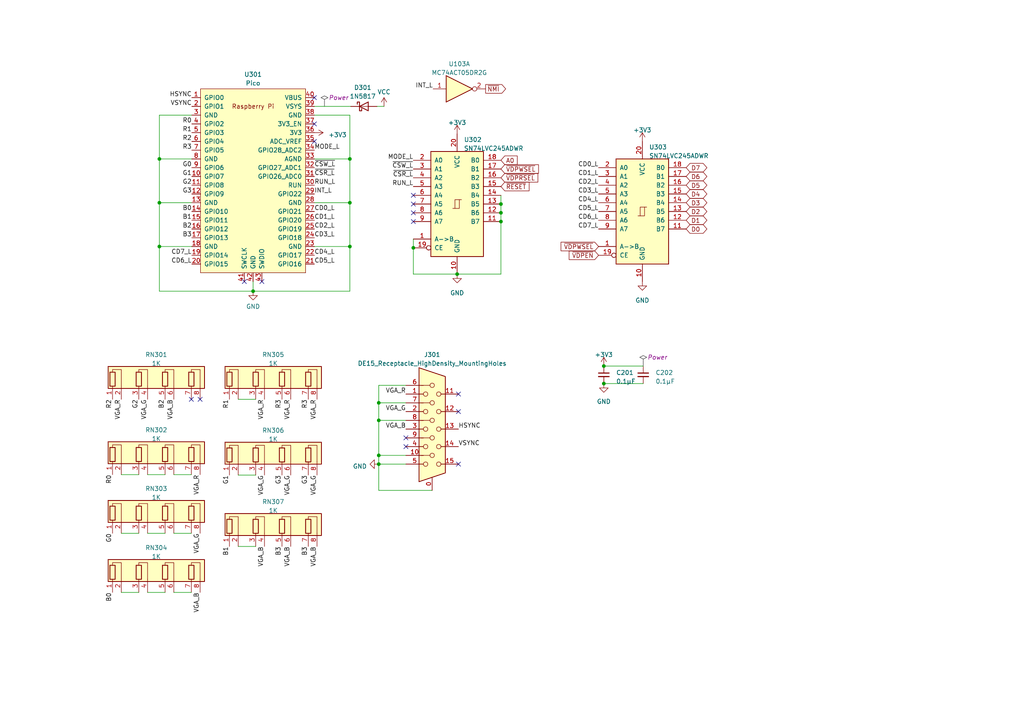
<source format=kicad_sch>
(kicad_sch (version 20230121) (generator eeschema)
  (paper "A4")
  (title_block (title "CoPicoVision") (date "2024-10-12") (rev "0.2") (company "(c) 2024 Jason R. Thorpe.  See LICENSE."))
  (lib_symbols
    (symbol "74xx:74HC245" (pin_names (offset 1.016))
      (property "Reference" "U" (at -7.62 16.51 0))
      (property "Value" "74HC245" (at -7.62 -16.51 0))
      (symbol "74HC245_1_0"
        (polyline (pts (xy -0.635 -1.27) (xy -0.635 1.27) (xy 0.635 1.27)))
        (polyline (pts (xy -1.27 -1.27) (xy 0.635 -1.27) (xy 0.635 1.27) (xy 1.27 1.27)))
        (pin input line (at -12.7 -10.16 0) (length 5.08) (name "A->B") (number "1"))
        (pin power_in line (at 0 -20.32 90) (length 5.08) (name "GND") (number "10"))
        (pin tri_state line (at 12.7 -5.08 180) (length 5.08) (name "B7") (number "11"))
        (pin tri_state line (at 12.7 -2.54 180) (length 5.08) (name "B6") (number "12"))
        (pin tri_state line (at 12.7 0 180) (length 5.08) (name "B5") (number "13"))
        (pin tri_state line (at 12.7 2.54 180) (length 5.08) (name "B4") (number "14"))
        (pin tri_state line (at 12.7 5.08 180) (length 5.08) (name "B3") (number "15"))
        (pin tri_state line (at 12.7 7.62 180) (length 5.08) (name "B2") (number "16"))
        (pin tri_state line (at 12.7 10.16 180) (length 5.08) (name "B1") (number "17"))
        (pin tri_state line (at 12.7 12.7 180) (length 5.08) (name "B0") (number "18"))
        (pin input inverted (at -12.7 -12.7 0) (length 5.08) (name "CE") (number "19"))
        (pin tri_state line (at -12.7 12.7 0) (length 5.08) (name "A0") (number "2"))
        (pin power_in line (at 0 20.32 270) (length 5.08) (name "VCC") (number "20"))
        (pin tri_state line (at -12.7 10.16 0) (length 5.08) (name "A1") (number "3"))
        (pin tri_state line (at -12.7 7.62 0) (length 5.08) (name "A2") (number "4"))
        (pin tri_state line (at -12.7 5.08 0) (length 5.08) (name "A3") (number "5"))
        (pin tri_state line (at -12.7 2.54 0) (length 5.08) (name "A4") (number "6"))
        (pin tri_state line (at -12.7 0 0) (length 5.08) (name "A5") (number "7"))
        (pin tri_state line (at -12.7 -2.54 0) (length 5.08) (name "A6") (number "8"))
        (pin tri_state line (at -12.7 -5.08 0) (length 5.08) (name "A7") (number "9"))
      )
      (symbol "74HC245_1_1"
        (rectangle (start -7.62 15.24) (end 7.62 -15.24) (stroke (width 0.254)) (fill (type background)))
      )
    )
    (symbol "74xx:74LS05" (pin_names (offset 1.016))
      (property "Reference" "U" (at 0 1.27 0))
      (property "Value" "74LS05" (at 0 -1.27 0))
      (symbol "74LS05_1_0"
        (polyline (pts (xy -3.81 3.81) (xy -3.81 -3.81) (xy 3.81 0) (xy -3.81 3.81)) (stroke (width 0.254)) (fill (type background)))
        (pin input line (at -7.62 0 0) (length 3.81) (name "~") (number "1"))
        (pin open_collector inverted (at 7.62 0 180) (length 3.81) (name "~") (number "2"))
      )
      (symbol "74LS05_2_0"
        (polyline (pts (xy -3.81 3.81) (xy -3.81 -3.81) (xy 3.81 0) (xy -3.81 3.81)) (stroke (width 0.254)) (fill (type background)))
        (pin input line (at -7.62 0 0) (length 3.81) (name "~") (number "3"))
        (pin open_collector inverted (at 7.62 0 180) (length 3.81) (name "~") (number "4"))
      )
      (symbol "74LS05_3_0"
        (polyline (pts (xy -3.81 3.81) (xy -3.81 -3.81) (xy 3.81 0) (xy -3.81 3.81)) (stroke (width 0.254)) (fill (type background)))
        (pin input line (at -7.62 0 0) (length 3.81) (name "~") (number "5"))
        (pin open_collector inverted (at 7.62 0 180) (length 3.81) (name "~") (number "6"))
      )
      (symbol "74LS05_4_0"
        (polyline (pts (xy -3.81 3.81) (xy -3.81 -3.81) (xy 3.81 0) (xy -3.81 3.81)) (stroke (width 0.254)) (fill (type background)))
        (pin open_collector inverted (at 7.62 0 180) (length 3.81) (name "~") (number "8"))
        (pin input line (at -7.62 0 0) (length 3.81) (name "~") (number "9"))
      )
      (symbol "74LS05_5_0"
        (polyline (pts (xy -3.81 3.81) (xy -3.81 -3.81) (xy 3.81 0) (xy -3.81 3.81)) (stroke (width 0.254)) (fill (type background)))
        (pin open_collector inverted (at 7.62 0 180) (length 3.81) (name "~") (number "10"))
        (pin input line (at -7.62 0 0) (length 3.81) (name "~") (number "11"))
      )
      (symbol "74LS05_6_0"
        (polyline (pts (xy -3.81 3.81) (xy -3.81 -3.81) (xy 3.81 0) (xy -3.81 3.81)) (stroke (width 0.254)) (fill (type background)))
        (pin open_collector inverted (at 7.62 0 180) (length 3.81) (name "~") (number "12"))
        (pin input line (at -7.62 0 0) (length 3.81) (name "~") (number "13"))
      )
      (symbol "74LS05_7_0"
        (pin power_in line (at 0 12.7 270) (length 5.08) (name "VCC") (number "14"))
        (pin power_in line (at 0 -12.7 90) (length 5.08) (name "GND") (number "7"))
      )
      (symbol "74LS05_7_1"
        (rectangle (start -5.08 7.62) (end 5.08 -7.62) (stroke (width 0.254)) (fill (type background)))
      )
    )
    (symbol "Connector:DE15_Receptacle_HighDensity_MountingHoles" (pin_names (offset 1.016) hide)
      (property "Reference" "J" (at 0 21.59 0))
      (property "Value" "DE15_Receptacle_HighDensity_MountingHoles" (at 0 19.05 0))
      (symbol "DE15_Receptacle_HighDensity_MountingHoles_0_1"
        (circle (center -1.905 -10.16) (radius 0.635))
        (circle (center -1.905 -5.08) (radius 0.635))
        (circle (center -1.905 0) (radius 0.635))
        (circle (center -1.905 5.08) (radius 0.635))
        (circle (center -1.905 10.16) (radius 0.635))
        (circle (center 0 -7.62) (radius 0.635))
        (circle (center 0 -2.54) (radius 0.635))
        (polyline (pts (xy -3.175 7.62) (xy -0.635 7.62)))
        (polyline (pts (xy -0.635 -7.62) (xy -3.175 -7.62)))
        (polyline (pts (xy -0.635 -2.54) (xy -3.175 -2.54)))
        (polyline (pts (xy -0.635 2.54) (xy -3.175 2.54)))
        (polyline (pts (xy -0.635 12.7) (xy -3.175 12.7)))
        (polyline (pts (xy -3.81 17.78) (xy -3.81 -15.24) (xy 3.81 -12.7) (xy 3.81 15.24) (xy -3.81 17.78)) (stroke (width 0.254)) (fill (type background)))
        (circle (center 0 2.54) (radius 0.635))
        (circle (center 0 7.62) (radius 0.635))
        (circle (center 0 12.7) (radius 0.635))
        (circle (center 1.905 -10.16) (radius 0.635))
        (circle (center 1.905 -5.08) (radius 0.635))
        (circle (center 1.905 0) (radius 0.635))
        (circle (center 1.905 5.08) (radius 0.635))
        (circle (center 1.905 10.16) (radius 0.635))
      )
      (symbol "DE15_Receptacle_HighDensity_MountingHoles_1_1"
        (pin passive line (at 0 -17.78 90) (length 3.81) (name "~") (number "0"))
        (pin passive line (at -7.62 10.16 0) (length 5.08) (name "~") (number "1"))
        (pin passive line (at -7.62 -7.62 0) (length 5.08) (name "~") (number "10"))
        (pin passive line (at 7.62 10.16 180) (length 5.08) (name "~") (number "11"))
        (pin passive line (at 7.62 5.08 180) (length 5.08) (name "~") (number "12"))
        (pin passive line (at 7.62 0 180) (length 5.08) (name "~") (number "13"))
        (pin passive line (at 7.62 -5.08 180) (length 5.08) (name "~") (number "14"))
        (pin passive line (at 7.62 -10.16 180) (length 5.08) (name "~") (number "15"))
        (pin passive line (at -7.62 5.08 0) (length 5.08) (name "~") (number "2"))
        (pin passive line (at -7.62 0 0) (length 5.08) (name "~") (number "3"))
        (pin passive line (at -7.62 -5.08 0) (length 5.08) (name "~") (number "4"))
        (pin passive line (at -7.62 -10.16 0) (length 5.08) (name "~") (number "5"))
        (pin passive line (at -7.62 12.7 0) (length 5.08) (name "~") (number "6"))
        (pin passive line (at -7.62 7.62 0) (length 5.08) (name "~") (number "7"))
        (pin passive line (at -7.62 2.54 0) (length 5.08) (name "~") (number "8"))
        (pin passive line (at -7.62 -2.54 0) (length 5.08) (name "~") (number "9"))
      )
    )
    (symbol "Device:C_Small" (pin_numbers hide) (pin_names (offset 0.254) hide)
      (property "Reference" "C" (at 0.254 1.778 0))
      (property "Value" "C_Small" (at 0.254 -2.032 0))
      (symbol "C_Small_0_1"
        (polyline (pts (xy -1.524 -0.508) (xy 1.524 -0.508)) (stroke (width 0.3302)))
        (polyline (pts (xy -1.524 0.508) (xy 1.524 0.508)) (stroke (width 0.3048)))
      )
      (symbol "C_Small_1_1"
        (pin passive line (at 0 2.54 270) (length 2.032) (name "~") (number "1"))
        (pin passive line (at 0 -2.54 90) (length 2.032) (name "~") (number "2"))
      )
    )
    (symbol "Device:R_Pack04_SIP" (pin_names (offset 0) hide)
      (property "Reference" "RN" (at -15.24 0 90))
      (property "Value" "R_Pack04_SIP" (at 15.24 0 90))
      (symbol "R_Pack04_SIP_0_1"
        (rectangle (start -13.97 -1.905) (end 13.97 4.445) (stroke (width 0.254)) (fill (type background)))
        (rectangle (start -13.462 2.794) (end -11.938 -1.27) (stroke (width 0.254)))
        (rectangle (start -5.842 2.794) (end -4.318 -1.27) (stroke (width 0.254)))
        (polyline (pts (xy -12.7 2.794) (xy -12.7 3.556) (xy -10.16 3.556) (xy -10.16 -1.27)))
        (polyline (pts (xy -5.08 2.794) (xy -5.08 3.556) (xy -2.54 3.556) (xy -2.54 -1.27)))
        (polyline (pts (xy 2.54 2.794) (xy 2.54 3.556) (xy 5.08 3.556) (xy 5.08 -1.27)))
        (polyline (pts (xy 10.16 2.794) (xy 10.16 3.556) (xy 12.7 3.556) (xy 12.7 -1.27)))
        (rectangle (start 1.778 2.794) (end 3.302 -1.27) (stroke (width 0.254)))
        (rectangle (start 9.398 2.794) (end 10.922 -1.27) (stroke (width 0.254)))
      )
      (symbol "R_Pack04_SIP_1_1"
        (pin passive line (at -12.7 -5.08 90) (length 3.81) (name "R1.1") (number "1"))
        (pin passive line (at -10.16 -5.08 90) (length 3.81) (name "R1.2") (number "2"))
        (pin passive line (at -5.08 -5.08 90) (length 3.81) (name "R2.1") (number "3"))
        (pin passive line (at -2.54 -5.08 90) (length 3.81) (name "R2.2") (number "4"))
        (pin passive line (at 2.54 -5.08 90) (length 3.81) (name "R3.1") (number "5"))
        (pin passive line (at 5.08 -5.08 90) (length 3.81) (name "R3.2") (number "6"))
        (pin passive line (at 10.16 -5.08 90) (length 3.81) (name "R4.1") (number "7"))
        (pin passive line (at 12.7 -5.08 90) (length 3.81) (name "R4.2") (number "8"))
      )
    )
    (symbol "Diode:1N5817" (pin_numbers hide) (pin_names (offset 1.016) hide)
      (property "Reference" "D" (at 0 2.54 0))
      (property "Value" "1N5817" (at 0 -2.54 0))
      (symbol "1N5817_0_1"
        (polyline (pts (xy 1.27 0) (xy -1.27 0)))
        (polyline (pts (xy 1.27 1.27) (xy 1.27 -1.27) (xy -1.27 0) (xy 1.27 1.27)) (stroke (width 0.254)))
        (polyline (pts (xy -1.905 0.635) (xy -1.905 1.27) (xy -1.27 1.27) (xy -1.27 -1.27) (xy -0.635 -1.27) (xy -0.635 -0.635)) (stroke (width 0.254)))
      )
      (symbol "1N5817_1_1"
        (pin passive line (at -3.81 0 0) (length 2.54) (name "K") (number "1"))
        (pin passive line (at 3.81 0 180) (length 2.54) (name "A") (number "2"))
      )
    )
    (symbol "jrt-RPI_Pico:Pico" (pin_names (offset 1.016))
      (property "Reference" "U" (at -13.97 27.94 0))
      (property "Value" "Pico" (at 0 19.05 0))
      (symbol "Pico_0_0"
        (text "Raspberry Pi" (at 0 21.59 0) (effects (font (size 1.27 1.27))))
      )
      (symbol "Pico_0_1"
        (rectangle (start -15.24 26.67) (end 15.24 -26.67) (fill (type background)))
      )
      (symbol "Pico_1_1"
        (pin bidirectional line (at -17.78 24.13 0) (length 2.54) (name "GPIO0") (number "1"))
        (pin bidirectional line (at -17.78 1.27 0) (length 2.54) (name "GPIO7") (number "10"))
        (pin bidirectional line (at -17.78 -1.27 0) (length 2.54) (name "GPIO8") (number "11"))
        (pin bidirectional line (at -17.78 -3.81 0) (length 2.54) (name "GPIO9") (number "12"))
        (pin power_in line (at -17.78 -6.35 0) (length 2.54) (name "GND") (number "13"))
        (pin bidirectional line (at -17.78 -8.89 0) (length 2.54) (name "GPIO10") (number "14"))
        (pin bidirectional line (at -17.78 -11.43 0) (length 2.54) (name "GPIO11") (number "15"))
        (pin bidirectional line (at -17.78 -13.97 0) (length 2.54) (name "GPIO12") (number "16"))
        (pin bidirectional line (at -17.78 -16.51 0) (length 2.54) (name "GPIO13") (number "17"))
        (pin power_in line (at -17.78 -19.05 0) (length 2.54) (name "GND") (number "18"))
        (pin bidirectional line (at -17.78 -21.59 0) (length 2.54) (name "GPIO14") (number "19"))
        (pin bidirectional line (at -17.78 21.59 0) (length 2.54) (name "GPIO1") (number "2"))
        (pin bidirectional line (at -17.78 -24.13 0) (length 2.54) (name "GPIO15") (number "20"))
        (pin bidirectional line (at 17.78 -24.13 180) (length 2.54) (name "GPIO16") (number "21"))
        (pin bidirectional line (at 17.78 -21.59 180) (length 2.54) (name "GPIO17") (number "22"))
        (pin power_in line (at 17.78 -19.05 180) (length 2.54) (name "GND") (number "23"))
        (pin bidirectional line (at 17.78 -16.51 180) (length 2.54) (name "GPIO18") (number "24"))
        (pin bidirectional line (at 17.78 -13.97 180) (length 2.54) (name "GPIO19") (number "25"))
        (pin bidirectional line (at 17.78 -11.43 180) (length 2.54) (name "GPIO20") (number "26"))
        (pin bidirectional line (at 17.78 -8.89 180) (length 2.54) (name "GPIO21") (number "27"))
        (pin power_in line (at 17.78 -6.35 180) (length 2.54) (name "GND") (number "28"))
        (pin bidirectional line (at 17.78 -3.81 180) (length 2.54) (name "GPIO22") (number "29"))
        (pin power_in line (at -17.78 19.05 0) (length 2.54) (name "GND") (number "3"))
        (pin input line (at 17.78 -1.27 180) (length 2.54) (name "RUN") (number "30"))
        (pin bidirectional line (at 17.78 1.27 180) (length 2.54) (name "GPIO26_ADC0") (number "31"))
        (pin bidirectional line (at 17.78 3.81 180) (length 2.54) (name "GPIO27_ADC1") (number "32"))
        (pin power_in line (at 17.78 6.35 180) (length 2.54) (name "AGND") (number "33"))
        (pin bidirectional line (at 17.78 8.89 180) (length 2.54) (name "GPIO28_ADC2") (number "34"))
        (pin unspecified line (at 17.78 11.43 180) (length 2.54) (name "ADC_VREF") (number "35"))
        (pin unspecified line (at 17.78 13.97 180) (length 2.54) (name "3V3") (number "36"))
        (pin input line (at 17.78 16.51 180) (length 2.54) (name "3V3_EN") (number "37"))
        (pin bidirectional line (at 17.78 19.05 180) (length 2.54) (name "GND") (number "38"))
        (pin unspecified line (at 17.78 21.59 180) (length 2.54) (name "VSYS") (number "39"))
        (pin bidirectional line (at -17.78 16.51 0) (length 2.54) (name "GPIO2") (number "4"))
        (pin unspecified line (at 17.78 24.13 180) (length 2.54) (name "VBUS") (number "40"))
        (pin input line (at -2.54 -29.21 90) (length 2.54) (name "SWCLK") (number "41"))
        (pin power_in line (at 0 -29.21 90) (length 2.54) (name "GND") (number "42"))
        (pin bidirectional line (at 2.54 -29.21 90) (length 2.54) (name "SWDIO") (number "43"))
        (pin bidirectional line (at -17.78 13.97 0) (length 2.54) (name "GPIO3") (number "5"))
        (pin bidirectional line (at -17.78 11.43 0) (length 2.54) (name "GPIO4") (number "6"))
        (pin bidirectional line (at -17.78 8.89 0) (length 2.54) (name "GPIO5") (number "7"))
        (pin power_in line (at -17.78 6.35 0) (length 2.54) (name "GND") (number "8"))
        (pin bidirectional line (at -17.78 3.81 0) (length 2.54) (name "GPIO6") (number "9"))
      )
    )
    (symbol "power:+3V3" (power) (pin_names (offset 0))
      (property "Value" "+3V3" (at 0 3.556 0))
      (symbol "+3V3_0_1"
        (polyline (pts (xy -0.762 1.27) (xy 0 2.54)))
        (polyline (pts (xy 0 0) (xy 0 2.54)))
        (polyline (pts (xy 0 2.54) (xy 0.762 1.27)))
      )
      (symbol "+3V3_1_1"
        (pin power_in line (at 0 0 90) (length 0) hide (name "+3V3") (number "1"))
      )
    )
    (symbol "power:GND" (power) (pin_names (offset 0))
      (property "Value" "GND" (at 0 -3.81 0))
      (symbol "GND_0_1"
        (polyline (pts (xy 0 0) (xy 0 -1.27) (xy 1.27 -1.27) (xy 0 -2.54) (xy -1.27 -1.27) (xy 0 -1.27)))
      )
      (symbol "GND_1_1"
        (pin power_in line (at 0 0 270) (length 0) hide (name "GND") (number "1"))
      )
    )
    (symbol "power:VCC" (power) (pin_names (offset 0))
      (property "Value" "VCC" (at 0 3.81 0))
      (symbol "VCC_0_1"
        (polyline (pts (xy -0.762 1.27) (xy 0 2.54)))
        (polyline (pts (xy 0 0) (xy 0 2.54)))
        (polyline (pts (xy 0 2.54) (xy 0.762 1.27)))
      )
      (symbol "VCC_1_1"
        (pin power_in line (at 0 0 90) (length 0) hide (name "VCC") (number "1"))
      )
    )
  )
  (junction (at 145.288 61.722))
  (junction (at 46.228 71.501))
  (junction (at 109.855 121.92))
  (junction (at 109.855 132.08))
  (junction (at 101.473 71.501))
  (junction (at 145.288 64.262))
  (junction (at 73.406 84.455))
  (junction (at 145.288 59.182))
  (junction (at 175.133 111.252))
  (junction (at 46.228 58.801))
  (junction (at 101.473 58.801))
  (junction (at 46.228 46.101))
  (junction (at 101.473 46.101))
  (junction (at 119.888 71.882))
  (junction (at 109.855 116.84))
  (junction (at 109.855 134.62))
  (junction (at 132.588 79.502))
  (junction (at 175.133 106.172))
  (no_connect (at 55.499 115.824))
  (no_connect (at 132.969 114.3))
  (no_connect (at 119.888 64.262))
  (no_connect (at 117.729 129.54))
  (no_connect (at 75.946 81.661))
  (no_connect (at 91.186 28.321))
  (no_connect (at 91.186 35.941))
  (no_connect (at 119.888 61.722))
  (no_connect (at 119.888 59.182))
  (no_connect (at 91.186 41.021))
  (no_connect (at 117.729 127))
  (no_connect (at 70.866 81.661))
  (no_connect (at 132.969 119.38))
  (no_connect (at 119.888 56.642))
  (no_connect (at 58.039 115.824))
  (no_connect (at 132.969 134.62))
  (wire (pts (xy 46.228 46.101) (xy 55.626 46.101)))
  (wire (pts (xy 101.473 84.455) (xy 73.406 84.455)))
  (wire (pts (xy 145.288 59.182) (xy 145.288 61.722)))
  (wire (pts (xy 109.855 132.08) (xy 109.855 134.62)))
  (wire (pts (xy 109.855 116.84) (xy 109.855 121.92)))
  (wire (pts (xy 109.855 134.62) (xy 117.729 134.62)))
  (wire (pts (xy 46.228 33.401) (xy 46.228 46.101)))
  (wire (pts (xy 50.419 137.668) (xy 55.499 137.668)))
  (wire (pts (xy 50.419 171.831) (xy 55.499 171.831)))
  (wire (pts (xy 175.133 111.252) (xy 186.563 111.252)))
  (wire (pts (xy 46.228 58.801) (xy 55.626 58.801)))
  (wire (pts (xy 42.799 154.686) (xy 47.879 154.686)))
  (wire (pts (xy 109.855 132.08) (xy 117.729 132.08)))
  (wire (pts (xy 101.473 71.501) (xy 101.473 84.455)))
  (wire (pts (xy 119.888 79.502) (xy 132.588 79.502)))
  (wire (pts (xy 145.288 79.502) (xy 145.288 64.262)))
  (wire (pts (xy 109.855 121.92) (xy 109.855 132.08)))
  (wire (pts (xy 46.228 71.501) (xy 55.626 71.501)))
  (wire (pts (xy 117.729 111.76) (xy 109.855 111.76)))
  (wire (pts (xy 50.419 154.686) (xy 55.499 154.686)))
  (wire (pts (xy 109.855 111.76) (xy 109.855 116.84)))
  (wire (pts (xy 132.588 79.502) (xy 145.288 79.502)))
  (wire (pts (xy 69.088 137.795) (xy 74.168 137.795)))
  (wire (pts (xy 91.186 58.801) (xy 101.473 58.801)))
  (wire (pts (xy 101.473 58.801) (xy 101.473 71.501)))
  (wire (pts (xy 91.186 71.501) (xy 101.473 71.501)))
  (wire (pts (xy 46.228 84.455) (xy 73.406 84.455)))
  (wire (pts (xy 42.799 137.668) (xy 47.879 137.668)))
  (wire (pts (xy 109.855 116.84) (xy 117.729 116.84)))
  (wire (pts (xy 91.186 46.101) (xy 101.473 46.101)))
  (wire (pts (xy 119.888 71.882) (xy 119.888 79.502)))
  (wire (pts (xy 109.855 142.24) (xy 125.349 142.24)))
  (wire (pts (xy 46.228 58.801) (xy 46.228 71.501)))
  (wire (pts (xy 69.088 115.824) (xy 74.168 115.824)))
  (wire (pts (xy 109.855 134.62) (xy 109.855 142.24)))
  (wire (pts (xy 91.186 30.861) (xy 101.727 30.861)))
  (wire (pts (xy 175.133 106.172) (xy 186.563 106.172)))
  (wire (pts (xy 35.179 154.686) (xy 40.259 154.686)))
  (wire (pts (xy 55.626 33.401) (xy 46.228 33.401)))
  (wire (pts (xy 145.288 56.642) (xy 145.288 59.182)))
  (wire (pts (xy 109.855 121.92) (xy 117.729 121.92)))
  (wire (pts (xy 145.288 61.722) (xy 145.288 64.262)))
  (wire (pts (xy 46.228 71.501) (xy 46.228 84.455)))
  (wire (pts (xy 101.473 46.101) (xy 101.473 58.801)))
  (wire (pts (xy 101.473 33.401) (xy 101.473 46.101)))
  (wire (pts (xy 35.179 137.668) (xy 40.259 137.668)))
  (wire (pts (xy 46.228 46.101) (xy 46.228 58.801)))
  (wire (pts (xy 91.186 33.401) (xy 101.473 33.401)))
  (wire (pts (xy 109.347 30.861) (xy 111.379 30.861)))
  (wire (pts (xy 69.088 158.496) (xy 74.168 158.496)))
  (wire (pts (xy 42.799 171.831) (xy 47.879 171.831)))
  (wire (pts (xy 73.406 84.455) (xy 73.406 81.661)))
  (wire (pts (xy 35.179 171.831) (xy 40.259 171.831)))
  (wire (pts (xy 119.888 69.342) (xy 119.888 71.882)))
  (label "CD2_L" (at 173.609 53.721 180))
  (label "R2" (at 32.639 115.824 270))
  (label "G1" (at 55.626 51.181 180))
  (label "~{CSW_L}" (at 91.186 48.641 0))
  (label "VGA_G" (at 58.039 154.686 270))
  (label "CD0_L" (at 173.609 48.641 180))
  (label "CD5_L" (at 173.609 61.341 180))
  (label "B0" (at 55.626 61.341 180))
  (label "B3" (at 81.788 158.496 270))
  (label "VGA_G" (at 84.328 137.795 270))
  (label "CD1_L" (at 173.609 51.181 180))
  (label "MODE_L" (at 91.186 43.561 0))
  (label "CD2_L" (at 91.186 66.421 0))
  (label "R2" (at 55.626 41.021 180))
  (label "G1" (at 66.548 137.795 270))
  (label "CD5_L" (at 91.186 76.581 0))
  (label "INT_L" (at 91.186 56.261 0))
  (label "INT_L" (at 125.603 25.781 180))
  (label "MODE_L" (at 119.888 46.482 180))
  (label "CD4_L" (at 91.186 74.041 0))
  (label "VGA_R" (at 76.708 115.824 270))
  (label "CD4_L" (at 173.609 58.801 180))
  (label "VGA_B" (at 84.328 158.496 270))
  (label "R0" (at 32.639 137.668 270))
  (label "~{CSR_L}" (at 91.186 51.181 0))
  (label "G0" (at 55.626 48.641 180))
  (label "G0" (at 32.639 154.686 270))
  (label "CD7_L" (at 173.609 66.421 180))
  (label "VGA_B" (at 58.039 171.831 270))
  (label "~{CSW_L}" (at 119.888 49.022 180))
  (label "VGA_G" (at 42.799 115.824 270))
  (label "B1" (at 66.548 158.496 270))
  (label "R1" (at 55.626 38.481 180))
  (label "R3" (at 89.408 115.824 270))
  (label "VGA_G" (at 76.708 137.795 270))
  (label "CD7_L" (at 55.626 74.041 180))
  (label "G3" (at 55.626 56.261 180))
  (label "B3" (at 89.408 158.496 270))
  (label "HSYNC" (at 132.969 124.46 0))
  (label "G2" (at 40.259 115.824 270))
  (label "VGA_B" (at 50.419 115.824 270))
  (label "R0" (at 55.626 35.941 180))
  (label "HSYNC" (at 55.626 28.321 180))
  (label "CD6_L" (at 55.626 76.581 180))
  (label "VGA_B" (at 91.948 158.496 270))
  (label "B0" (at 32.639 171.831 270))
  (label "VGA_R" (at 91.948 115.824 270))
  (label "VSYNC" (at 132.969 129.54 0))
  (label "VSYNC" (at 55.626 30.861 180))
  (label "VGA_B" (at 117.729 124.46 180))
  (label "VGA_G" (at 117.729 119.38 180))
  (label "VGA_R" (at 84.328 115.824 270))
  (label "VGA_B" (at 76.708 158.496 270))
  (label "CD6_L" (at 173.609 63.881 180))
  (label "G2" (at 55.626 53.721 180))
  (label "VGA_G" (at 91.948 137.795 270))
  (label "~{CSR_L}" (at 119.888 51.562 180))
  (label "CD3_L" (at 173.609 56.261 180))
  (label "RUN_L" (at 91.186 53.721 0))
  (label "CD3_L" (at 91.186 68.961 0))
  (label "VGA_R" (at 117.729 114.3 180))
  (label "VGA_R" (at 58.039 137.668 270))
  (label "G3" (at 81.788 137.795 270))
  (label "VGA_R" (at 35.179 115.824 270))
  (label "B1" (at 55.626 63.881 180))
  (label "B2" (at 47.879 115.824 270))
  (label "CD0_L" (at 91.186 61.341 0))
  (label "CD1_L" (at 91.186 63.881 0))
  (label "G3" (at 89.408 137.795 270))
  (label "R3" (at 81.788 115.824 270))
  (label "B3" (at 55.626 68.961 180))
  (label "R1" (at 66.548 115.824 270))
  (label "RUN_L" (at 119.888 54.102 180))
  (label "B2" (at 55.626 66.421 180))
  (label "R3" (at 55.626 43.561 180))
  (global_label "D2" (shape bidirectional) (at 199.009 61.341 0) (property "Intersheetrefs" "${INTERSHEET_REFS}" (effects hide)))
  (global_label "~{VDPWSEL}" (shape input) (at 173.609 71.501 180) (property "Intersheetrefs" "${INTERSHEET_REFS}" (effects hide)))
  (global_label "~{VDPEN}" (shape input) (at 173.609 74.041 180) (property "Intersheetrefs" "${INTERSHEET_REFS}" (effects hide)))
  (global_label "D6" (shape bidirectional) (at 199.009 51.181 0) (property "Intersheetrefs" "${INTERSHEET_REFS}" (effects hide)))
  (global_label "D5" (shape bidirectional) (at 199.009 53.721 0) (property "Intersheetrefs" "${INTERSHEET_REFS}" (effects hide)))
  (global_label "A0" (shape input) (at 145.288 46.482 0) (property "Intersheetrefs" "${INTERSHEET_REFS}" (effects hide)))
  (global_label "~{NMI}" (shape output) (at 140.843 25.781 0) (property "Intersheetrefs" "${INTERSHEET_REFS}" (effects hide)))
  (global_label "D7" (shape bidirectional) (at 199.009 48.641 0) (property "Intersheetrefs" "${INTERSHEET_REFS}" (effects hide)))
  (global_label "D1" (shape bidirectional) (at 199.009 63.881 0) (property "Intersheetrefs" "${INTERSHEET_REFS}" (effects hide)))
  (global_label "D0" (shape bidirectional) (at 199.009 66.421 0) (property "Intersheetrefs" "${INTERSHEET_REFS}" (effects hide)))
  (global_label "~{RESET}" (shape input) (at 145.288 54.102 0) (property "Intersheetrefs" "${INTERSHEET_REFS}" (effects hide)))
  (global_label "D4" (shape bidirectional) (at 199.009 56.261 0) (property "Intersheetrefs" "${INTERSHEET_REFS}" (effects hide)))
  (global_label "D3" (shape bidirectional) (at 199.009 58.801 0) (property "Intersheetrefs" "${INTERSHEET_REFS}" (effects hide)))
  (global_label "~{VDPRSEL}" (shape input) (at 145.288 51.562 0) (property "Intersheetrefs" "${INTERSHEET_REFS}" (effects hide)))
  (global_label "~{VDPWSEL}" (shape input) (at 145.288 49.022 0) (property "Intersheetrefs" "${INTERSHEET_REFS}" (effects hide)))
  (netclass_flag "" (length 2.54) (shape diamond) (at 94.107 30.861 0) (property "Netclass" "Power" (at 95.3135 28.321 0) (effects (font italic) (justify left))))
  (netclass_flag "" (length 2.54) (shape diamond) (at 186.563 106.172 0) (property "Netclass" "Power" (at 187.7695 103.632 0) (effects (font italic) (justify left))))
  (symbol (lib_id "74xx:74LS05") (at 133.223 25.781 0) (unit 1)
    (property "Reference" "U103" (at 133.223 18.542 0))
    (property "Value" "MC74ACT05DR2G" (at 133.223 21.082 0))
    (property "Footprint" "Package_SO:SOIC-14_3.9x8.7mm_P1.27mm" (effects hide))
    (property "Datasheet" "https://www.ti.com/lit/ds/symlink/cd74act05.pdf" (effects hide))
    (property "Mouser" "595-CD74ACT05EE4" (effects hide))
    (instances (project "CoPicoVision" (path "" (reference "U103") (unit 1)) (path "" (reference "U103") (unit 2))))
  )
  (symbol (lib_id "Device:R_Pack04_SIP") (at 45.339 132.588 0) (unit 1)
    (property "Reference" "RN302" (at 45.339 124.714 0))
    (property "Value" "1K" (at 45.339 127.254 0))
    (property "Footprint" "Resistor_THT:R_Array_SIP8" (effects hide))
    (property "Datasheet" "https://www.mouser.com/datasheet/2/54/4600x-776645.pdf" (effects hide))
    (property "Mouser" "652-4608X-2LF-1K" (effects hide))
  )
  (symbol (lib_id "power:GND") (at 109.855 134.62 270) (unit 1)
    (property "Reference" "#PWR0301" (effects hide))
    (property "Value" "GND" (at 106.426 135.255 90) (effects (justify right)))
  )
  (symbol (lib_id "power:VCC") (at 111.379 30.861 0) (unit 1)
    (property "Reference" "#PWR0305" (effects hide))
    (property "Value" "VCC" (at 111.379 26.67 0))
  )
  (symbol (lib_id "power:GND") (at 175.133 111.252 0) (unit 1)
    (property "Reference" "#PWR0212" (effects hide))
    (property "Value" "GND" (at 175.133 116.459 0))
    (instances (project "CoPicoVision" (path "" (reference "#PWR0212") (unit 1)) (path "" (reference "#PWR0309") (unit 1))))
  )
  (symbol (lib_id "74xx:74HC245") (at 132.588 59.182 0) (unit 1)
    (property "Reference" "U302" (at 134.5439 40.513 0) (effects (justify left)))
    (property "Value" "SN74LVC245ADWR" (at 134.5439 43.053 0) (effects (justify left)))
    (property "Footprint" "Package_SO:SOIC-20W_7.5x12.8mm_P1.27mm" (effects hide))
    (property "Datasheet" "http://www.ti.com/lit/gpn/sn74HC245" (effects hide))
    (property "Mouser" "595-SN74LVC245ANE4" (effects hide))
  )
  (symbol (lib_id "power:+3V3") (at 132.588 38.862 0) (unit 1)
    (property "Reference" "#PWR0303" (effects hide))
    (property "Value" "+3V3" (at 132.588 35.56 0))
  )
  (symbol (lib_id "Device:C_Small") (at 175.133 108.712 0) (unit 1)
    (property "Reference" "C201" (at 178.689 108.0833 0) (effects (justify left)))
    (property "Value" "0.1µF" (at 178.689 110.6233 0) (effects (justify left)))
    (property "Footprint" "Capacitor_SMD:C_0805_2012Metric_Pad1.18x1.45mm_HandSolder" (effects hide))
    (property "Mouser" "81-RCER71E104K0A2H3B" (effects hide))
    (instances (project "CoPicoVision" (path "" (reference "C201") (unit 1)) (path "" (reference "C301") (unit 1))))
  )
  (symbol (lib_id "Device:R_Pack04_SIP") (at 79.248 132.715 0) (unit 1)
    (property "Reference" "RN306" (at 79.248 124.841 0))
    (property "Value" "1K" (at 79.248 127.381 0))
    (property "Footprint" "Resistor_THT:R_Array_SIP8" (effects hide))
    (property "Datasheet" "https://www.mouser.com/datasheet/2/54/4600x-776645.pdf" (effects hide))
    (property "Mouser" "652-4608X-2LF-1K" (effects hide))
  )
  (symbol (lib_id "Device:R_Pack04_SIP") (at 45.339 166.751 0) (unit 1)
    (property "Reference" "RN304" (at 45.339 158.877 0))
    (property "Value" "1K" (at 45.339 161.417 0))
    (property "Footprint" "Resistor_THT:R_Array_SIP8" (effects hide))
    (property "Datasheet" "https://www.mouser.com/datasheet/2/54/4600x-776645.pdf" (effects hide))
    (property "Mouser" "652-4608X-2LF-1K" (effects hide))
  )
  (symbol (lib_id "Device:R_Pack04_SIP") (at 45.339 149.606 0) (unit 1)
    (property "Reference" "RN303" (at 45.339 141.732 0))
    (property "Value" "1K" (at 45.339 144.272 0))
    (property "Footprint" "Resistor_THT:R_Array_SIP8" (effects hide))
    (property "Datasheet" "https://www.mouser.com/datasheet/2/54/4600x-776645.pdf" (effects hide))
    (property "Mouser" "652-4608X-2LF-1K" (effects hide))
  )
  (symbol (lib_id "power:+3V3") (at 186.309 41.021 0) (unit 1)
    (property "Reference" "#PWR0306" (effects hide))
    (property "Value" "+3V3" (at 186.309 37.719 0))
  )
  (symbol (lib_id "74xx:74HC245") (at 186.309 61.341 0) (unit 1)
    (property "Reference" "U303" (at 188.2649 42.672 0) (effects (justify left)))
    (property "Value" "SN74LVC245ADWR" (at 188.2649 45.212 0) (effects (justify left)))
    (property "Footprint" "Package_SO:SOIC-20W_7.5x12.8mm_P1.27mm" (effects hide))
    (property "Datasheet" "http://www.ti.com/lit/gpn/sn74HC245" (effects hide))
    (property "Mouser" "595-SN74LVC245ANE4" (effects hide))
  )
  (symbol (lib_id "power:+3V3") (at 175.133 106.172 0) (unit 1)
    (property "Reference" "#PWR0308" (effects hide))
    (property "Value" "+3V3" (at 175.133 102.87 0))
  )
  (symbol (lib_id "Device:R_Pack04_SIP") (at 79.248 110.744 0) (unit 1)
    (property "Reference" "RN305" (at 79.248 102.87 0))
    (property "Value" "1K" (at 79.248 105.41 0))
    (property "Footprint" "Resistor_THT:R_Array_SIP8" (effects hide))
    (property "Datasheet" "https://www.mouser.com/datasheet/2/54/4600x-776645.pdf" (effects hide))
    (property "Mouser" "652-4608X-2LF-1K" (effects hide))
  )
  (symbol (lib_id "Device:R_Pack04_SIP") (at 45.339 110.744 0) (unit 1)
    (property "Reference" "RN301" (at 45.339 102.87 0))
    (property "Value" "1K" (at 45.339 105.41 0))
    (property "Footprint" "Resistor_THT:R_Array_SIP8" (effects hide))
    (property "Datasheet" "https://www.mouser.com/datasheet/2/54/4600x-776645.pdf" (effects hide))
    (property "Mouser" "652-4608X-2LF-1K" (effects hide))
  )
  (symbol (lib_id "Connector:DE15_Receptacle_HighDensity_MountingHoles") (at 125.349 124.46 0) (unit 1)
    (property "Reference" "J301" (at 125.349 102.87 0))
    (property "Value" "DE15_Receptacle_HighDensity_MountingHoles" (at 125.349 105.41 0))
    (property "Footprint" "Connector_Dsub:DSUB-15-HD_Female_Horizontal_P2.29x1.98mm_EdgePinOffset8.35mm_Housed_MountingHolesOffset10.89mm" (effects hide))
    (property "Datasheet" "https://www.mouser.com/datasheet/2/18/1/Amphenol_L77HDE15SD1CH4RHNVGA__2_-3359246.pdf" (effects hide))
    (property "Mouser" "523-7HDE15SDH4RHNVGA" (effects hide))
  )
  (symbol (lib_id "jrt-RPI_Pico:Pico") (at 73.406 52.451 0) (unit 1)
    (property "Reference" "U301" (at 73.406 21.59 0))
    (property "Value" "Pico" (at 73.406 24.13 0))
    (property "Footprint" "jrt-RPI_Pico:RPi_Pico_SMD_TH" (effects hide))
  )
  (symbol (lib_id "Device:C_Small") (at 186.563 108.712 0) (unit 1)
    (property "Reference" "C202" (at 190.119 108.0833 0) (effects (justify left)))
    (property "Value" "0.1µF" (at 190.119 110.6233 0) (effects (justify left)))
    (property "Footprint" "Capacitor_SMD:C_0805_2012Metric_Pad1.18x1.45mm_HandSolder" (effects hide))
    (property "Mouser" "81-RCER71E104K0A2H3B" (effects hide))
    (instances (project "CoPicoVision" (path "" (reference "C202") (unit 1)) (path "" (reference "C302") (unit 1))))
  )
  (symbol (lib_id "Diode:1N5817") (at 105.537 30.861 0) (unit 1)
    (property "Reference" "D301" (at 105.2195 25.4 0))
    (property "Value" "1N5817" (at 105.2195 27.94 0))
    (property "Footprint" "Diode_THT:D_DO-41_SOD81_P10.16mm_Horizontal" (effects hide))
    (property "Datasheet" "http://www.vishay.com/docs/88525/1n5817.pdf" (effects hide))
    (property "Mouser" "511-1N5817" (effects hide))
  )
  (symbol (lib_id "power:GND") (at 186.309 81.661 0) (unit 1)
    (property "Reference" "#PWR0307" (effects hide))
    (property "Value" "GND" (at 186.309 87.122 0))
  )
  (symbol (lib_id "power:GND") (at 73.406 84.455 0) (unit 1)
    (property "Reference" "#PWR0310" (effects hide))
    (property "Value" "GND" (at 73.406 88.9 0))
  )
  (symbol (lib_id "Device:R_Pack04_SIP") (at 79.248 153.416 0) (unit 1)
    (property "Reference" "RN307" (at 79.248 145.542 0))
    (property "Value" "1K" (at 79.248 148.082 0))
    (property "Footprint" "Resistor_THT:R_Array_SIP8" (effects hide))
    (property "Datasheet" "https://www.mouser.com/datasheet/2/54/4600x-776645.pdf" (effects hide))
    (property "Mouser" "652-4608X-2LF-1K" (effects hide))
  )
  (symbol (lib_id "power:+3V3") (at 91.186 38.481 270) (unit 1)
    (property "Reference" "#PWR0302" (effects hide))
    (property "Value" "+3V3" (at 95.25 39.116 90) (effects (justify left)))
  )
  (symbol (lib_id "power:GND") (at 132.588 79.502 0) (unit 1)
    (property "Reference" "#PWR0304" (effects hide))
    (property "Value" "GND" (at 132.588 84.963 0))
  )
)
</source>
